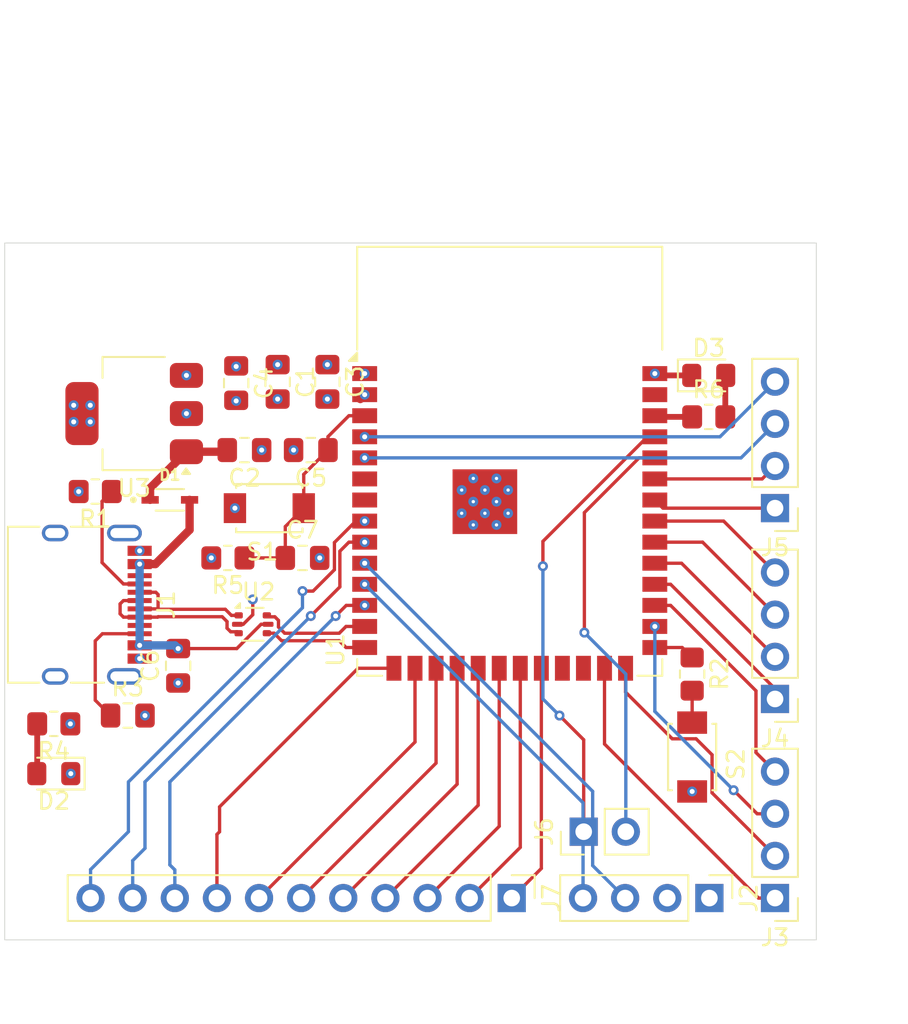
<source format=kicad_pcb>
(kicad_pcb (version 20241229) (generator "pcbnew") (generator_version "9.0")
  (layers (0 "F.Cu" signal) (4 "In1.Cu" signal) (6 "In2.Cu" signal) (2 "B.Cu" signal) (13 "F.Paste" user) (15 "B.Paste" user) (5 "F.SilkS" user "F.Silkscreen") (7 "B.SilkS" user "B.Silkscreen") (1 "F.Mask" user) (3 "B.Mask" user) (25 "Edge.Cuts" user))
  (net 0 "")
  (net 1 "+3.3V")
  (net 2 "GND")
  (net 3 "+5V")
  (net 4 "/EN")
  (net 5 "/D+")
  (net 6 "/D-")
  (net 7 "Net-(J1-CC1)")
  (net 10 "Net-(J1-CC2)")
  (net 11 "/SDA")
  (net 12 "/SCL")
  (net 13 "/IO4")
  (net 14 "/IO5")
  (net 15 "/IO37")
  (net 16 "/IO38")
  (net 17 "/IO36")
  (net 18 "/IO40")
  (net 19 "/IO42")
  (net 20 "/IO41")
  (net 21 "/IO39")
  (net 22 "/IO35")
  (net 23 "Net-(R2-Pad2)")
  (net 24 "/BOOT")
  (net 25 "/TXDO")
  (net 26 "/RXDO")
  (net 27 "/IO45")
  (net 28 "/VBUS")
  (net 29 "/D_P")
  (net 30 "/D_N")
  (net 31 "/IO1")
  (net 34 "/IO2")
  (net 35 "/IO48")
  (net 36 "/IO9")
  (net 37 "/IO15")
  (net 38 "/IO3")
  (net 39 "/IO12")
  (net 40 "/IO8")
  (net 41 "/IO6")
  (net 42 "/IO10")
  (net 43 "/IO16")
  (net 44 "/IO13")
  (net 45 "/IO14")
  (net 46 "/IO11")
  (net 47 "/IO7")
  (net 48 "/IO46")
  (net 49 "Net-(D2-A)")
  (net 50 "Net-(D3-A)")
  (footprint "Sym_foot_library:SW_TS-1088-AR02016" (layer "F.Cu") (at 119 81.5 180)
    (property "Reference" "S1" (at 0.425 -2.635 0) (layer "F.SilkS"))
    (property "Value" "TS-1088-AR02016" (hide yes))
    (pad "1" smd rect (at -2.075 0 180) (size 1.35 1.8) (layers "F.Cu" "F.Mask" "F.Paste") (net 4 "/EN"))
    (pad "2" smd rect (at 2.075 0 180) (size 1.35 1.8) (layers "F.Cu" "F.Mask" "F.Paste") (net 2 "GND"))
  )
  (footprint "LED_SMD:LED_0805_2012Metric_Pad1.15x1.40mm_HandSolder" (layer "F.Cu") (at 106 97.5 180)
    (property "Reference" "D2" (at 0 -1.65 0) (layer "F.SilkS"))
    (property "Value" "Red LED")
    (pad "1" smd roundrect (at -1.025 0 180) (size 1.15 1.4) (layers "F.Cu" "F.Mask" "F.Paste") (roundrect_rratio 0.217391) (net 2 "GND"))
    (pad "2" smd roundrect (at 1.025 0 180) (size 1.15 1.4) (layers "F.Cu" "F.Mask" "F.Paste") (roundrect_rratio 0.217391) (net 49 "Net-(D2-A)"))
  )
  (footprint "Connector_USB:USB_C_Receptacle_HRO_TYPE-C-31-M-12" (layer "F.Cu") (at 107.132857 87.32 -90)
    (property "Reference" "J1" (at 0 -5.645 270) (layer "F.SilkS"))
    (property "Value" "TYPE-C-31-M-12" (hide yes))
    (pad "" np_thru_hole circle (at -2.89 -2.6 270) (size 0.65 0.65) (drill 0.65) (layers "*.Cu" "*.Mask"))
    (pad "" np_thru_hole circle (at 2.89 -2.6 270) (size 0.65 0.65) (drill 0.65) (layers "*.Cu" "*.Mask"))
    (pad "A1" smd rect (at -3.25 -4.045 270) (size 0.6 1.45) (layers "F.Cu" "F.Mask" "F.Paste") (net 2 "GND"))
    (pad "A4" smd rect (at -2.45 -4.045 270) (size 0.6 1.45) (layers "F.Cu" "F.Mask" "F.Paste") (net 28 "/VBUS"))
    (pad "A5" smd rect (at -1.25 -4.045 270) (size 0.3 1.45) (layers "F.Cu" "F.Mask" "F.Paste") (net 7 "Net-(J1-CC1)"))
    (pad "A6" smd rect (at -0.25 -4.045 270) (size 0.3 1.45) (layers "F.Cu" "F.Mask" "F.Paste") (net 29 "/D_P"))
    (pad "A7" smd rect (at 0.25 -4.045 270) (size 0.3 1.45) (layers "F.Cu" "F.Mask" "F.Paste") (net 30 "/D_N"))
    (pad "A8" smd rect (at 1.25 -4.045 270) (size 0.3 1.45) (layers "F.Cu" "F.Mask" "F.Paste"))
    (pad "A9" smd rect (at 2.45 -4.045 270) (size 0.6 1.45) (layers "F.Cu" "F.Mask" "F.Paste") (net 28 "/VBUS"))
    (pad "A12" smd rect (at 3.25 -4.045 270) (size 0.6 1.45) (layers "F.Cu" "F.Mask" "F.Paste") (net 2 "GND"))
    (pad "B1" smd rect (at 3.25 -4.045 270) (size 0.6 1.45) (layers "F.Cu" "F.Mask" "F.Paste") (net 2 "GND"))
    (pad "B4" smd rect (at 2.45 -4.045 270) (size 0.6 1.45) (layers "F.Cu" "F.Mask" "F.Paste") (net 28 "/VBUS"))
    (pad "B5" smd rect (at 1.75 -4.045 270) (size 0.3 1.45) (layers "F.Cu" "F.Mask" "F.Paste") (net 10 "Net-(J1-CC2)"))
    (pad "B6" smd rect (at 0.75 -4.045 270) (size 0.3 1.45) (layers "F.Cu" "F.Mask" "F.Paste") (net 29 "/D_P"))
    (pad "B7" smd rect (at -0.75 -4.045 270) (size 0.3 1.45) (layers "F.Cu" "F.Mask" "F.Paste") (net 30 "/D_N"))
    (pad "B8" smd rect (at -1.75 -4.045 270) (size 0.3 1.45) (layers "F.Cu" "F.Mask" "F.Paste"))
    (pad "B9" smd rect (at -2.45 -4.045 270) (size 0.6 1.45) (layers "F.Cu" "F.Mask" "F.Paste") (net 28 "/VBUS"))
    (pad "B12" smd rect (at -3.25 -4.045 270) (size 0.6 1.45) (layers "F.Cu" "F.Mask" "F.Paste") (net 2 "GND"))
    (pad "S1" thru_hole oval (at -4.32 -3.13 270) (size 1 2.1) (drill oval 0.6 1.7) (property pad_prop_heatsink) (layers "*.Cu" "*.Mask") (net 2 "GND"))
    (pad "S1" thru_hole oval (at -4.32 1.05 270) (size 1 1.6) (drill oval 0.6 1.2) (property pad_prop_heatsink) (layers "*.Cu" "*.Mask") (net 2 "GND"))
    (pad "S1" thru_hole oval (at 4.32 -3.13 270) (size 1 2.1) (drill oval 0.6 1.7) (property pad_prop_heatsink) (layers "*.Cu" "*.Mask") (net 2 "GND"))
    (pad "S1" thru_hole oval (at 4.32 1.05 270) (size 1 1.6) (drill oval 0.6 1.2) (property pad_prop_heatsink) (layers "*.Cu" "*.Mask") (net 2 "GND"))
  )
  (footprint "Capacitor_SMD:C_0805_2012Metric_Pad1.18x1.45mm_HandSolder" (layer "F.Cu") (at 121 84.5)
    (property "Reference" "C7" (at 0 -1.68 0) (layer "F.SilkS"))
    (property "Value" "1u")
    (pad "1" smd roundrect (at -1.0375 0) (size 1.175 1.45) (layers "F.Cu" "F.Mask" "F.Paste") (roundrect_rratio 0.212766) (net 4 "/EN"))
    (pad "2" smd roundrect (at 1.0375 0) (size 1.175 1.45) (layers "F.Cu" "F.Mask" "F.Paste") (roundrect_rratio 0.212766) (net 2 "GND"))
  )
  (footprint "Connector_PinHeader_2.54mm:PinHeader_1x04_P2.54mm_Vertical" (layer "F.Cu") (at 149.5 81.5 180)
    (property "Reference" "J5" (at 0 -2.38 0) (layer "F.SilkS"))
    (property "Value" "Conn_01x04")
    (pad "1" thru_hole rect (at 0 0 180) (size 1.7 1.7) (drill 1) (layers "*.Cu" "*.Mask") (net 20 "/IO41"))
    (pad "2" thru_hole circle (at 0 2.54 180) (size 1.7 1.7) (drill 1) (layers "*.Cu" "*.Mask") (net 19 "/IO42"))
    (pad "3" thru_hole circle (at 0 5.08 180) (size 1.7 1.7) (drill 1) (layers "*.Cu" "*.Mask") (net 14 "/IO5"))
    (pad "4" thru_hole circle (at 0 7.62 180) (size 1.7 1.7) (drill 1) (layers "*.Cu" "*.Mask") (net 13 "/IO4"))
  )
  (footprint "RF_Module:ESP32-S3-WROOM-1" (layer "F.Cu") (at 133.5 78.65)
    (property "Reference" "U1" (at -10.5 11.4 90) (layer "F.SilkS"))
    (property "Value" "ESP32-S3-WROOM-1")
    (pad "1" smd rect (at -8.75 -5.26) (size 1.5 0.9) (layers "F.Cu" "F.Mask" "F.Paste") (net 2 "GND"))
    (pad "2" smd rect (at -8.75 -3.99) (size 1.5 0.9) (layers "F.Cu" "F.Mask" "F.Paste") (net 1 "+3.3V"))
    (pad "3" smd rect (at -8.75 -2.72) (size 1.5 0.9) (layers "F.Cu" "F.Mask" "F.Paste") (net 4 "/EN"))
    (pad "4" smd rect (at -8.75 -1.45) (size 1.5 0.9) (layers "F.Cu" "F.Mask" "F.Paste") (net 13 "/IO4"))
    (pad "5" smd rect (at -8.75 -0.18) (size 1.5 0.9) (layers "F.Cu" "F.Mask" "F.Paste") (net 14 "/IO5"))
    (pad "6" smd rect (at -8.75 1.09) (size 1.5 0.9) (layers "F.Cu" "F.Mask" "F.Paste") (net 41 "/IO6"))
    (pad "7" smd rect (at -8.75 2.36) (size 1.5 0.9) (layers "F.Cu" "F.Mask" "F.Paste") (net 47 "/IO7"))
    (pad "8" smd rect (at -8.75 3.63) (size 1.5 0.9) (layers "F.Cu" "F.Mask" "F.Paste") (net 37 "/IO15"))
    (pad "9" smd rect (at -8.75 4.9) (size 1.5 0.9) (layers "F.Cu" "F.Mask" "F.Paste") (net 43 "/IO16"))
    (pad "10" smd rect (at -8.75 6.17) (size 1.5 0.9) (layers "F.Cu" "F.Mask" "F.Paste") (net 12 "/SCL"))
    (pad "11" smd rect (at -8.75 7.44) (size 1.5 0.9) (layers "F.Cu" "F.Mask" "F.Paste") (net 11 "/SDA"))
    (pad "12" smd rect (at -8.75 8.71) (size 1.5 0.9) (layers "F.Cu" "F.Mask" "F.Paste") (net 40 "/IO8"))
    (pad "13" smd rect (at -8.75 9.98) (size 1.5 0.9) (layers "F.Cu" "F.Mask" "F.Paste") (net 6 "/D-"))
    (pad "14" smd rect (at -8.75 11.25 180) (size 1.5 0.9) (layers "F.Cu" "F.Mask" "F.Paste") (net 5 "/D+"))
    (pad "15" smd rect (at -6.985 12.5 270) (size 1.5 0.9) (layers "F.Cu" "F.Mask" "F.Paste") (net 38 "/IO3"))
    (pad "16" smd rect (at -5.715 12.5 270) (size 1.5 0.9) (layers "F.Cu" "F.Mask" "F.Paste") (net 48 "/IO46"))
    (pad "17" smd rect (at -4.445 12.5 270) (size 1.5 0.9) (layers "F.Cu" "F.Mask" "F.Paste") (net 36 "/IO9"))
    (pad "18" smd rect (at -3.175 12.5 270) (size 1.5 0.9) (layers "F.Cu" "F.Mask" "F.Paste") (net 42 "/IO10"))
    (pad "19" smd rect (at -1.905 12.5 270) (size 1.5 0.9) (layers "F.Cu" "F.Mask" "F.Paste") (net 46 "/IO11"))
    (pad "20" smd rect (at -0.635 12.5 270) (size 1.5 0.9) (layers "F.Cu" "F.Mask" "F.Paste") (net 39 "/IO12"))
    (pad "21" smd rect (at 0.635 12.5 270) (size 1.5 0.9) (layers "F.Cu" "F.Mask" "F.Paste") (net 44 "/IO13"))
    (pad "22" smd rect (at 1.905 12.5 270) (size 1.5 0.9) (layers "F.Cu" "F.Mask" "F.Paste") (net 45 "/IO14"))
    (pad "23" smd rect (at 3.175 12.5 270) (size 1.5 0.9) (layers "F.Cu" "F.Mask" "F.Paste"))
    (pad "24" smd rect (at 4.445 12.5 270) (size 1.5 0.9) (layers "F.Cu" "F.Mask" "F.Paste"))
    (pad "25" smd rect (at 5.715 12.5 270) (size 1.5 0.9) (layers "F.Cu" "F.Mask" "F.Paste") (net 35 "/IO48"))
    (pad "26" smd rect (at 6.985 12.5 270) (size 1.5 0.9) (layers "F.Cu" "F.Mask" "F.Paste") (net 27 "/IO45"))
    (pad "27" smd rect (at 8.75 11.25) (size 1.5 0.9) (layers "F.Cu" "F.Mask" "F.Paste") (net 24 "/BOOT"))
    (pad "28" smd rect (at 8.75 9.98) (size 1.5 0.9) (layers "F.Cu" "F.Mask" "F.Paste") (net 22 "/IO35"))
    (pad "29" smd rect (at 8.75 8.71) (size 1.5 0.9) (layers "F.Cu" "F.Mask" "F.Paste") (net 17 "/IO36"))
    (pad "30" smd rect (at 8.75 7.44) (size 1.5 0.9) (layers "F.Cu" "F.Mask" "F.Paste") (net 15 "/IO37"))
    (pad "31" smd rect (at 8.75 6.17) (size 1.5 0.9) (layers "F.Cu" "F.Mask" "F.Paste") (net 16 "/IO38"))
    (pad "32" smd rect (at 8.75 4.9) (size 1.5 0.9) (layers "F.Cu" "F.Mask" "F.Paste") (net 21 "/IO39"))
    (pad "33" smd rect (at 8.75 3.63) (size 1.5 0.9) (layers "F.Cu" "F.Mask" "F.Paste") (net 18 "/IO40"))
    (pad "34" smd rect (at 8.75 2.36) (size 1.5 0.9) (layers "F.Cu" "F.Mask" "F.Paste") (net 20 "/IO41"))
    (pad "35" smd rect (at 8.75 1.09) (size 1.5 0.9) (layers "F.Cu" "F.Mask" "F.Paste") (net 19 "/IO42"))
    (pad "36" smd rect (at 8.75 -0.18) (size 1.5 0.9) (layers "F.Cu" "F.Mask" "F.Paste") (net 26 "/RXDO"))
    (pad "37" smd rect (at 8.75 -1.45) (size 1.5 0.9) (layers "F.Cu" "F.Mask" "F.Paste") (net 25 "/TXDO"))
    (pad "38" smd rect (at 8.75 -2.72) (size 1.5 0.9) (layers "F.Cu" "F.Mask" "F.Paste") (net 34 "/IO2"))
    (pad "39" smd rect (at 8.75 -3.99) (size 1.5 0.9) (layers "F.Cu" "F.Mask" "F.Paste") (net 31 "/IO1"))
    (pad "40" smd rect (at 8.75 -5.26) (size 1.5 0.9) (layers "F.Cu" "F.Mask" "F.Paste") (net 2 "GND"))
    (pad "41" thru_hole circle (at -2.9 1.76 90) (size 0.6 0.6) (drill 0.2) (property pad_prop_heatsink) (layers "*.Cu" "F.Mask") (net 2 "GND"))
    (pad "41" thru_hole circle (at -2.9 3.16) (size 0.6 0.6) (drill 0.2) (property pad_prop_heatsink) (layers "*.Cu" "F.Mask") (net 2 "GND"))
    (pad "41" thru_hole circle (at -2.2 1.06) (size 0.6 0.6) (drill 0.2) (property pad_prop_heatsink) (layers "*.Cu" "F.Mask") (net 2 "GND"))
    (pad "41" thru_hole circle (at -2.2 2.46) (size 0.6 0.6) (drill 0.2) (property pad_prop_heatsink) (layers "*.Cu" "F.Mask") (net 2 "GND"))
    (pad "41" thru_hole circle (at -2.2 3.86) (size 0.6 0.6) (drill 0.2) (property pad_prop_heatsink) (layers "*.Cu" "F.Mask") (net 2 "GND"))
    (pad "41" thru_hole circle (at -1.5 1.76) (size 0.6 0.6) (drill 0.2) (property pad_prop_heatsink) (layers "*.Cu" "F.Mask") (net 2 "GND"))
    (pad "41" smd rect (at -1.5 2.46 270) (size 3.9 3.9) (property pad_prop_heatsink) (layers "F.Cu" "F.Mask") (net 2 "GND"))
    (pad "41" thru_hole circle (at -1.5 3.16) (size 0.6 0.6) (drill 0.2) (property pad_prop_heatsink) (layers "*.Cu" "F.Mask") (net 2 "GND"))
    (pad "41" thru_hole circle (at -0.8 1.06) (size 0.6 0.6) (drill 0.2) (property pad_prop_heatsink) (layers "*.Cu" "F.Mask") (net 2 "GND"))
    (pad "41" thru_hole circle (at -0.8 2.46) (size 0.6 0.6) (drill 0.2) (property pad_prop_heatsink) (layers "*.Cu" "F.Mask") (net 2 "GND"))
    (pad "41" thru_hole circle (at -0.8 3.86) (size 0.6 0.6) (drill 0.2) (property pad_prop_heatsink) (layers "*.Cu" "F.Mask") (net 2 "GND"))
    (pad "41" thru_hole circle (at -0.1 1.76) (size 0.6 0.6) (drill 0.2) (property pad_prop_heatsink) (layers "*.Cu" "F.Mask") (net 2 "GND"))
    (pad "41" thru_hole circle (at -0.1 3.16) (size 0.6 0.6) (drill 0.2) (property pad_prop_heatsink) (layers "*.Cu" "F.Mask") (net 2 "GND"))
  )
  (footprint "Connector_PinHeader_2.54mm:PinHeader_1x04_P2.54mm_Vertical" (layer "F.Cu") (at 149.5 93 180)
    (property "Reference" "J4" (at 0 -2.38 0) (layer "F.SilkS"))
    (property "Value" "Conn_01x04")
    (pad "1" thru_hole rect (at 0 0 180) (size 1.7 1.7) (drill 1) (layers "*.Cu" "*.Mask") (net 15 "/IO37"))
    (pad "2" thru_hole circle (at 0 2.54 180) (size 1.7 1.7) (drill 1) (layers "*.Cu" "*.Mask") (net 16 "/IO38"))
    (pad "3" thru_hole circle (at 0 5.08 180) (size 1.7 1.7) (drill 1) (layers "*.Cu" "*.Mask") (net 21 "/IO39"))
    (pad "4" thru_hole circle (at 0 7.62 180) (size 1.7 1.7) (drill 1) (layers "*.Cu" "*.Mask") (net 18 "/IO40"))
  )
  (footprint "Sym_foot_library:SW_TS-1088-AR02016" (layer "F.Cu") (at 144.5 96.5 -90)
    (property "Reference" "S2" (at 0.425 -2.635 90) (layer "F.SilkS"))
    (property "Value" "TS-1088-AR02016")
    (pad "1" smd rect (at -2.075 0 270) (size 1.35 1.8) (layers "F.Cu" "F.Mask" "F.Paste") (net 23 "Net-(R2-Pad2)"))
    (pad "2" smd rect (at 2.075 0 270) (size 1.35 1.8) (layers "F.Cu" "F.Mask" "F.Paste") (net 2 "GND"))
  )
  (footprint "Sym_foot_library:SOD2513X120N" (layer "F.Cu") (at 113 81)
    (property "Reference" "D1" (at 0 -1.5 0) (layer "F.SilkS") (effects (font (size 0.64 0.64))))
    (property "Value" "BAT760-7")
    (pad "A" smd rect (at 1.19 0) (size 1.04 0.46) (layers "F.Cu" "F.Mask" "F.Paste") (net 28 "/VBUS"))
    (pad "C" smd rect (at -1.19 0) (size 1.04 0.46) (layers "F.Cu" "F.Mask" "F.Paste") (net 3 "+5V"))
  )
  (footprint "Resistor_SMD:R_0805_2012Metric_Pad1.20x1.40mm_HandSolder" (layer "F.Cu") (at 106 94.5 180)
    (property "Reference" "R4" (at 0 -1.65 0) (layer "F.SilkS"))
    (property "Value" "1k")
    (pad "1" smd roundrect (at -1 0 180) (size 1.2 1.4) (layers "F.Cu" "F.Mask" "F.Paste") (roundrect_rratio 0.208333) (net 1 "+3.3V"))
    (pad "2" smd roundrect (at 1 0 180) (size 1.2 1.4) (layers "F.Cu" "F.Mask" "F.Paste") (roundrect_rratio 0.208333) (net 49 "Net-(D2-A)"))
  )
  (footprint "Connector_PinHeader_2.54mm:PinHeader_1x04_P2.54mm_Vertical" (layer "F.Cu") (at 149.5 105 180)
    (property "Reference" "J3" (at 0 -2.38 0) (layer "F.SilkS"))
    (property "Value" "Conn_01x04")
    (pad "1" thru_hole rect (at 0 0 180) (size 1.7 1.7) (drill 1) (layers "*.Cu" "*.Mask") (net 35 "/IO48"))
    (pad "2" thru_hole circle (at 0 2.54 180) (size 1.7 1.7) (drill 1) (layers "*.Cu" "*.Mask") (net 27 "/IO45"))
    (pad "3" thru_hole circle (at 0 5.08 180) (size 1.7 1.7) (drill 1) (layers "*.Cu" "*.Mask") (net 22 "/IO35"))
    (pad "4" thru_hole circle (at 0 7.62 180) (size 1.7 1.7) (drill 1) (layers "*.Cu" "*.Mask") (net 17 "/IO36"))
  )
  (footprint "LED_SMD:LED_0805_2012Metric_Pad1.15x1.40mm_HandSolder" (layer "F.Cu") (at 145.5 73.5)
    (property "Reference" "D3" (at 0 -1.65 0) (layer "F.SilkS"))
    (property "Value" "Green LED")
    (pad "1" smd roundrect (at -1.025 0) (size 1.15 1.4) (layers "F.Cu" "F.Mask" "F.Paste") (roundrect_rratio 0.217391) (net 2 "GND"))
    (pad "2" smd roundrect (at 1.025 0) (size 1.15 1.4) (layers "F.Cu" "F.Mask" "F.Paste") (roundrect_rratio 0.217391) (net 50 "Net-(D3-A)"))
  )
  (footprint "Capacitor_SMD:C_0805_2012Metric_Pad1.18x1.45mm_HandSolder" (layer "F.Cu") (at 122.5 73.888 -90)
    (property "Reference" "C3" (at 0 -1.68 270) (layer "F.SilkS"))
    (property "Value" "22u")
    (pad "1" smd roundrect (at -1.0375 0 270) (size 1.175 1.45) (layers "F.Cu" "F.Mask" "F.Paste") (roundrect_rratio 0.212766) (net 2 "GND"))
    (pad "2" smd roundrect (at 1.0375 0 270) (size 1.175 1.45) (layers "F.Cu" "F.Mask" "F.Paste") (roundrect_rratio 0.212766) (net 1 "+3.3V"))
  )
  (footprint "Capacitor_SMD:C_0805_2012Metric_Pad1.18x1.45mm_HandSolder" (layer "F.Cu") (at 117.5 78 180)
    (property "Reference" "C2" (at 0 -1.68 0) (layer "F.SilkS"))
    (property "Value" "10u")
    (pad "1" smd roundrect (at -1.0375 0 180) (size 1.175 1.45) (layers "F.Cu" "F.Mask" "F.Paste") (roundrect_rratio 0.212766) (net 2 "GND"))
    (pad "2" smd roundrect (at 1.0375 0 180) (size 1.175 1.45) (layers "F.Cu" "F.Mask" "F.Paste") (roundrect_rratio 0.212766) (net 3 "+5V"))
  )
  (footprint "Resistor_SMD:R_0805_2012Metric_Pad1.20x1.40mm_HandSolder" (layer "F.Cu") (at 116.5 84.5 180)
    (property "Reference" "R5" (at 0 -1.65 0) (layer "F.SilkS"))
    (property "Value" "10k")
    (pad "1" smd roundrect (at -1 0 180) (size 1.2 1.4) (layers "F.Cu" "F.Mask" "F.Paste") (roundrect_rratio 0.208333) (net 4 "/EN"))
    (pad "2" smd roundrect (at 1 0 180) (size 1.2 1.4) (layers "F.Cu" "F.Mask" "F.Paste") (roundrect_rratio 0.208333) (net 1 "+3.3V"))
  )
  (footprint "Connector_PinHeader_2.54mm:PinHeader_1x11_P2.54mm_Vertical" (layer "F.Cu") (at 133.62 105 -90)
    (property "Reference" "J7" (at 0 -2.38 90) (layer "F.SilkS"))
    (property "Value" "Conn_01x11")
    (pad "1" thru_hole rect (at 0 0 270) (size 1.7 1.7) (drill 1) (layers "*.Cu" "*.Mask") (net 45 "/IO14"))
    (pad "2" thru_hole circle (at 0 2.54 270) (size 1.7 1.7) (drill 1) (layers "*.Cu" "*.Mask") (net 44 "/IO13"))
    (pad "3" thru_hole circle (at 0 5.08 270) (size 1.7 1.7) (drill 1) (layers "*.Cu" "*.Mask") (net 39 "/IO12"))
    (pad "4" thru_hole circle (at 0 7.62 270) (size 1.7 1.7) (drill 1) (layers "*.Cu" "*.Mask") (net 46 "/IO11"))
    (pad "5" thru_hole circle (at 0 10.16 270) (size 1.7 1.7) (drill 1) (layers "*.Cu" "*.Mask") (net 42 "/IO10"))
    (pad "6" thru_hole circle (at 0 12.7 270) (size 1.7 1.7) (drill 1) (layers "*.Cu" "*.Mask") (net 36 "/IO9"))
    (pad "7" thru_hole circle (at 0 15.24 270) (size 1.7 1.7) (drill 1) (layers "*.Cu" "*.Mask") (net 48 "/IO46"))
    (pad "8" thru_hole circle (at 0 17.78 270) (size 1.7 1.7) (drill 1) (layers "*.Cu" "*.Mask") (net 38 "/IO3"))
    (pad "9" thru_hole circle (at 0 20.32 270) (size 1.7 1.7) (drill 1) (layers "*.Cu" "*.Mask") (net 40 "/IO8"))
    (pad "10" thru_hole circle (at 0 22.86 270) (size 1.7 1.7) (drill 1) (layers "*.Cu" "*.Mask") (net 43 "/IO16"))
    (pad "11" thru_hole circle (at 0 25.4 270) (size 1.7 1.7) (drill 1) (layers "*.Cu" "*.Mask") (net 37 "/IO15"))
  )
  (footprint "Capacitor_SMD:C_0805_2012Metric_Pad1.18x1.45mm_HandSolder" (layer "F.Cu") (at 121.5 78 180)
    (property "Reference" "C5" (at 0 -1.68 0) (layer "F.SilkS"))
    (property "Value" "100n")
    (pad "1" smd roundrect (at -1.0375 0 180) (size 1.175 1.45) (layers "F.Cu" "F.Mask" "F.Paste") (roundrect_rratio 0.212766) (net 4 "/EN"))
    (pad "2" smd roundrect (at 1.0375 0 180) (size 1.175 1.45) (layers "F.Cu" "F.Mask" "F.Paste") (roundrect_rratio 0.212766) (net 2 "GND"))
  )
  (footprint "Capacitor_SMD:C_0805_2012Metric_Pad1.18x1.45mm_HandSolder" (layer "F.Cu") (at 119.5 73.888 -90)
    (property "Reference" "C1" (at 0 -1.68 270) (layer "F.SilkS"))
    (property "Value" "22u")
    (pad "1" smd roundrect (at -1.0375 0 270) (size 1.175 1.45) (layers "F.Cu" "F.Mask" "F.Paste") (roundrect_rratio 0.212766) (net 2 "GND"))
    (pad "2" smd roundrect (at 1.0375 0 270) (size 1.175 1.45) (layers "F.Cu" "F.Mask" "F.Paste") (roundrect_rratio 0.212766) (net 1 "+3.3V"))
  )
  (footprint "Capacitor_SMD:C_0805_2012Metric_Pad1.18x1.45mm_HandSolder" (layer "F.Cu") (at 117 73.9625 -90)
    (property "Reference" "C4" (at 0 -1.68 90) (layer "F.SilkS"))
    (property "Value" "10u")
    (pad "1" smd roundrect (at -1.0375 0 270) (size 1.175 1.45) (layers "F.Cu" "F.Mask" "F.Paste") (roundrect_rratio 0.212766) (net 2 "GND"))
    (pad "2" smd roundrect (at 1.0375 0 270) (size 1.175 1.45) (layers "F.Cu" "F.Mask" "F.Paste") (roundrect_rratio 0.212766) (net 1 "+3.3V"))
  )
  (footprint "Capacitor_SMD:C_0805_2012Metric_Pad1.18x1.45mm_HandSolder" (layer "F.Cu") (at 113.5 91 90)
    (property "Reference" "C6" (at 0 -1.68 90) (layer "F.SilkS"))
    (property "Value" "0.1u")
    (pad "1" smd roundrect (at -1.0375 0 90) (size 1.175 1.45) (layers "F.Cu" "F.Mask" "F.Paste") (roundrect_rratio 0.212766) (net 2 "GND"))
    (pad "2" smd roundrect (at 1.0375 0 90) (size 1.175 1.45) (layers "F.Cu" "F.Mask" "F.Paste") (roundrect_rratio 0.212766) (net 28 "/VBUS"))
  )
  (footprint "Capacitor_SMD:C_0805_2012Metric_Pad1.18x1.45mm_HandSolder" (layer "F.Cu") (at 110.4625 94)
    (property "Reference" "R3" (at 0 -1.68 0) (layer "F.SilkS"))
    (property "Value" "5.1k")
    (pad "1" smd roundrect (at -1.0375 0) (size 1.175 1.45) (layers "F.Cu" "F.Mask" "F.Paste") (roundrect_rratio 0.212766) (net 10 "Net-(J1-CC2)"))
    (pad "2" smd roundrect (at 1.0375 0) (size 1.175 1.45) (layers "F.Cu" "F.Mask" "F.Paste") (roundrect_rratio 0.212766) (net 2 "GND"))
  )
  (footprint "Resistor_SMD:R_0805_2012Metric_Pad1.20x1.40mm_HandSolder" (layer "F.Cu") (at 145.5 76)
    (property "Reference" "R6" (at 0 -1.65 0) (layer "F.SilkS"))
    (property "Value" "330")
    (pad "1" smd roundrect (at -1 0) (size 1.2 1.4) (layers "F.Cu" "F.Mask" "F.Paste") (roundrect_rratio 0.208333) (net 34 "/IO2"))
    (pad "2" smd roundrect (at 1 0) (size 1.2 1.4) (layers "F.Cu" "F.Mask" "F.Paste") (roundrect_rratio 0.208333) (net 50 "Net-(D3-A)"))
  )
  (footprint "Resistor_SMD:R_0805_2012Metric_Pad1.20x1.40mm_HandSolder" (layer "F.Cu") (at 144.5 91.5 -90)
    (property "Reference" "R2" (at 0 -1.65 90) (layer "F.SilkS"))
    (property "Value" "100" (hide yes))
    (pad "1" smd roundrect (at -1 0 270) (size 1.2 1.4) (layers "F.Cu" "F.Mask" "F.Paste") (roundrect_rratio 0.208333) (net 24 "/BOOT"))
    (pad "2" smd roundrect (at 1 0 270) (size 1.2 1.4) (layers "F.Cu" "F.Mask" "F.Paste") (roundrect_rratio 0.208333) (net 23 "Net-(R2-Pad2)"))
  )
  (footprint "Connector_PinHeader_2.54mm:PinHeader_1x04_P2.54mm_Vertical" (layer "F.Cu") (at 145.54 105 -90)
    (property "Reference" "J2" (at 0 -2.38 90) (layer "F.SilkS"))
    (property "Value" "Conn_01x04")
    (pad "1" thru_hole rect (at 0 0 270) (size 1.7 1.7) (drill 1) (layers "*.Cu" "*.Mask") (net 1 "+3.3V"))
    (pad "2" thru_hole circle (at 0 2.54 270) (size 1.7 1.7) (drill 1) (layers "*.Cu" "*.Mask") (net 2 "GND"))
    (pad "3" thru_hole circle (at 0 5.08 270) (size 1.7 1.7) (drill 1) (layers "*.Cu" "*.Mask") (net 12 "/SCL"))
    (pad "4" thru_hole circle (at 0 7.62 270) (size 1.7 1.7) (drill 1) (layers "*.Cu" "*.Mask") (net 11 "/SDA"))
  )
  (footprint "Package_TO_SOT_SMD:SOT-223-3_TabPin2" (layer "F.Cu") (at 110.85 75.8 180)
    (property "Reference" "U3" (at 0 -4.5 0) (layer "F.SilkS"))
    (property "Value" "MCP1826S")
    (pad "1" smd roundrect (at -3.15 -2.3 180) (size 2 1.5) (layers "F.Cu" "F.Mask" "F.Paste") (net 3 "+5V"))
    (pad "2" smd roundrect (at -3.15 0 180) (size 2 1.5) (layers "F.Cu" "F.Mask" "F.Paste") (net 2 "GND"))
    (pad "2" smd roundrect (at 3.15 0 180) (size 2 3.8) (layers "F.Cu" "F.Mask" "F.Paste") (net 2 "GND"))
    (pad "3" smd roundrect (at -3.15 2.3 180) (size 2 1.5) (layers "F.Cu" "F.Mask" "F.Paste") (net 1 "+3.3V"))
  )
  (footprint "Resistor_SMD:R_0805_2012Metric_Pad1.20x1.40mm_HandSolder" (layer "F.Cu") (at 108.5 80.5 180)
    (property "Reference" "R1" (at 0 -1.65 0) (layer "F.SilkS"))
    (property "Value" "5.1k")
    (pad "1" smd roundrect (at -1 0 180) (size 1.2 1.4) (layers "F.Cu" "F.Mask" "F.Paste") (roundrect_rratio 0.208333) (net 7 "Net-(J1-CC1)"))
    (pad "2" smd roundrect (at 1 0 180) (size 1.2 1.4) (layers "F.Cu" "F.Mask" "F.Paste") (roundrect_rratio 0.208333) (net 2 "GND"))
  )
  (footprint "Connector_PinHeader_2.54mm:PinHeader_1x02_P2.54mm_Vertical" (layer "F.Cu") (at 137.96 101 90)
    (property "Reference" "J6" (at 0 -2.38 90) (layer "F.SilkS"))
    (property "Value" "Conn_01x02")
    (pad "1" thru_hole rect (at 0 0 90) (size 1.7 1.7) (drill 1) (layers "*.Cu" "*.Mask") (net 25 "/TXDO"))
    (pad "2" thru_hole circle (at 0 2.54 90) (size 1.7 1.7) (drill 1) (layers "*.Cu" "*.Mask") (net 26 "/RXDO"))
  )
  (footprint "Package_TO_SOT_SMD:SOT-666" (layer "F.Cu") (at 118 88.5)
    (property "Reference" "U2" (at 0.35 -1.9625 0) (layer "F.SilkS"))
    (property "Value" "USBLC6-2P6")
    (pad "1" smd roundrect (at -0.85 -0.5375) (size 0.5 0.375) (layers "F.Cu" "F.Mask" "F.Paste") (net 30 "/D_N"))
    (pad "2" smd roundrect (at -0.925 0) (size 0.65 0.3) (layers "F.Cu" "F.Mask" "F.Paste") (net 2 "GND"))
    (pad "3" smd roundrect (at -0.85 0.5375) (size 0.5 0.375) (layers "F.Cu" "F.Mask" "F.Paste") (net 29 "/D_P"))
    (pad "4" smd roundrect (at 0.85 0.5375) (size 0.5 0.375) (layers "F.Cu" "F.Mask" "F.Paste") (net 5 "/D+"))
    (pad "5" smd roundrect (at 0.925 0) (size 0.65 0.3) (layers "F.Cu" "F.Mask" "F.Paste") (net 28 "/VBUS"))
    (pad "6" smd roundrect (at 0.85 -0.5375) (size 0.5 0.375) (layers "F.Cu" "F.Mask" "F.Paste") (net 6 "/D-"))
  )
  (gr_rect (start 103.04 65.52) (end 151.99 107.52) (stroke (width 0.05)) (fill no) (layer "Edge.Cuts"))
  (segment (start 119.4255 75) (end 119.5 74.9255) (width 0.5) (layer "F.Cu") (net 1))
  (segment (start 124.4845 74.9255) (end 124.75 74.66) (width 0.5) (layer "F.Cu") (net 1))
  (via (at 124.75 74.66) (size 0.6) (drill 0.3) (layers "F.Cu" "B.Cu") (net 1))
  (via (at 107 94.5) (size 0.6) (drill 0.3) (layers "F.Cu" "B.Cu") (net 1))
  (via (at 119.5 74.9255) (size 0.6) (drill 0.3) (layers "F.Cu" "B.Cu") (net 1))
  (via (at 115.5 84.5) (size 0.6) (drill 0.3) (layers "F.Cu" "B.Cu") (net 1))
  (via (at 114 73.5) (size 0.6) (drill 0.3) (layers "F.Cu" "B.Cu") (net 1))
  (via (at 122.5 74.9255) (size 0.6) (drill 0.3) (layers "F.Cu" "B.Cu") (net 1))
  (via (at 117 75.0375) (size 0.6) (drill 0.3) (layers "F.Cu" "B.Cu") (net 1))
  (segment (start 117.423358 88.5) (end 118 87.923358) (width 0.2) (layer "F.Cu") (net 2))
  (segment (start 117.075 88.5) (end 117.423358 88.5) (width 0.2) (layer "F.Cu") (net 2))
  (segment (start 118 87.923358) (end 118 87) (width 0.2) (layer "F.Cu") (net 2))
  (segment (start 142.36 73.5) (end 142.25 73.39) (width 0.35) (layer "F.Cu") (net 2))
  (segment (start 144.475 73.5) (end 142.36 73.5) (width 0.35) (layer "F.Cu") (net 2))
  (via (at 113.5 92.0375) (size 0.6) (drill 0.3) (layers "F.Cu" "B.Cu") (net 2))
  (via (at 120.4625 78) (size 0.6) (drill 0.3) (layers "F.Cu" "B.Cu") (net 2))
  (via (at 107.2 76.3) (size 0.6) (drill 0.3) (layers "F.Cu" "B.Cu") (net 2))
  (via (at 118.5375 78) (size 0.6) (drill 0.3) (layers "F.Cu" "B.Cu") (net 2))
  (via (at 111.177857 90.57) (size 0.6) (drill 0.3) (layers "F.Cu" "B.Cu") (net 2))
  (via (at 107.025 97.5) (size 0.6) (drill 0.3) (layers "F.Cu" "B.Cu") (net 2))
  (via (at 119.5 72.8505) (size 0.6) (drill 0.3) (layers "F.Cu" "B.Cu") (net 2))
  (via (at 111.5 94) (size 0.6) (drill 0.3) (layers "F.Cu" "B.Cu") (net 2))
  (via (at 114 75.8) (size 0.6) (drill 0.3) (layers "F.Cu" "B.Cu") (net 2))
  (via (at 116.925 81.5) (size 0.6) (drill 0.3) (layers "F.Cu" "B.Cu") (net 2))
  (via (at 122.5 72.8505) (size 0.6) (drill 0.3) (layers "F.Cu" "B.Cu") (net 2))
  (via (at 108.2 75.3) (size 0.6) (drill 0.3) (layers "F.Cu" "B.Cu") (net 2))
  (via (at 142.25 73.39) (size 0.6) (drill 0.3) (layers "F.Cu" "B.Cu") (net 2))
  (via (at 117 72.9625) (size 0.6) (drill 0.3) (layers "F.Cu" "B.Cu") (net 2))
  (via (at 107.5 80.5) (size 0.6) (drill 0.3) (layers "F.Cu" "B.Cu") (net 2))
  (via (at 122.0375 84.5) (size 0.6) (drill 0.3) (layers "F.Cu" "B.Cu") (net 2))
  (via (at 111.177857 84.07) (size 0.6) (drill 0.3) (layers "F.Cu" "B.Cu") (net 2))
  (via (at 107.2 75.3) (size 0.6) (drill 0.3) (layers "F.Cu" "B.Cu") (net 2))
  (via (at 108.2 76.3) (size 0.6) (drill 0.3) (layers "F.Cu" "B.Cu") (net 2))
  (via (at 118 87) (size 0.6) (drill 0.3) (layers "F.Cu" "B.Cu") (net 2))
  (via (at 144.5 98.575) (size 0.6) (drill 0.3) (layers "F.Cu" "B.Cu") (net 2))
  (via (at 124.75 73.39) (size 0.6) (drill 0.3) (layers "F.Cu" "B.Cu") (net 2))
  (segment (start 111.81 80.29) (end 114 78.1) (width 0.5) (layer "F.Cu") (net 3))
  (segment (start 111.81 81) (end 111.81 80.29) (width 0.5) (layer "F.Cu") (net 3))
  (segment (start 116.3625 78.1) (end 116.4625 78) (width 0.5) (layer "F.Cu") (net 3))
  (segment (start 114 78.1) (end 116.3625 78.1) (width 0.5) (layer "F.Cu") (net 3))
  (segment (start 117.5 84.5) (end 119.9625 84.5) (width 0.2) (layer "F.Cu") (net 4))
  (segment (start 119.9625 84.5) (end 119.9625 82.6125) (width 0.2) (layer "F.Cu") (net 4))
  (segment (start 123.8 75.93) (end 124.75 75.93) (width 0.2) (layer "F.Cu") (net 4))
  (segment (start 122.5375 77.1925) (end 123.8 75.93) (width 0.2) (layer "F.Cu") (net 4))
  (segment (start 121.075 79.4625) (end 122.5375 78) (width 0.2) (layer "F.Cu") (net 4))
  (segment (start 119.9625 82.6125) (end 121.075 81.5) (width 0.2) (layer "F.Cu") (net 4))
  (segment (start 122.5375 78) (end 122.5375 77.1925) (width 0.2) (layer "F.Cu") (net 4))
  (segment (start 121.075 81.5) (end 121.075 79.4625) (width 0.2) (layer "F.Cu") (net 4))
  (segment (start 119.288603 89.0375) (end 118.85 89.0375) (width 0.2) (layer "F.Cu") (net 5))
  (segment (start 123.214999 89.49) (end 119.741103 89.49) (width 0.2) (layer "F.Cu") (net 5))
  (segment (start 124.509099 89.659099) (end 124.75 89.9) (width 0.2) (layer "F.Cu") (net 5))
  (segment (start 124.75 89.9) (end 123.624999 89.9) (width 0.2) (layer "F.Cu") (net 5))
  (segment (start 123.624999 89.9) (end 123.214999 89.49) (width 0.2) (layer "F.Cu") (net 5))
  (segment (start 119.741103 89.49) (end 119.288603 89.0375) (width 0.2) (layer "F.Cu") (net 5))
  (segment (start 118.9365 88.049) (end 118.85 87.9625) (width 0.2) (layer "F.Cu") (net 6))
  (segment (start 119.551 88.6635) (end 119.551 88.267176) (width 0.2) (layer "F.Cu") (net 6))
  (segment (start 119.332824 88.049) (end 118.9365 88.049) (width 0.2) (layer "F.Cu") (net 6))
  (segment (start 124.75 88.63) (end 123.624999 88.63) (width 0.2) (layer "F.Cu") (net 6))
  (segment (start 119.9275 89.04) (end 119.551 88.6635) (width 0.2) (layer "F.Cu") (net 6))
  (segment (start 119.551 88.267176) (end 119.332824 88.049) (width 0.2) (layer "F.Cu") (net 6))
  (segment (start 123.624999 88.63) (end 123.214999 89.04) (width 0.2) (layer "F.Cu") (net 6))
  (segment (start 123.214999 89.04) (end 119.9275 89.04) (width 0.2) (layer "F.Cu") (net 6))
  (segment (start 110.200857 86.07) (end 108.911857 84.781) (width 0.2) (layer "F.Cu") (net 7))
  (segment (start 108.911857 81.088143) (end 109.5 80.5) (width 0.2) (layer "F.Cu") (net 7))
  (segment (start 108.911857 84.781) (end 108.911857 81.088143) (width 0.2) (layer "F.Cu") (net 7))
  (segment (start 111.177857 86.07) (end 110.200857 86.07) (width 0.2) (layer "F.Cu") (net 7))
  (segment (start 108.5 89.5) (end 108.93 89.07) (width 0.2) (layer "F.Cu") (net 10))
  (segment (start 108.5 93.075) (end 109.425 94) (width 0.2) (layer "F.Cu") (net 10))
  (segment (start 108.93 89.07) (end 111.177857 89.07) (width 0.2) (layer "F.Cu") (net 10))
  (segment (start 108.5 89.5) (end 108.5 93.075) (width 0.2) (layer "F.Cu") (net 10))
  (via (at 124.75 86.09) (size 0.6) (drill 0.3) (layers "F.Cu" "B.Cu") (net 11))
  (segment (start 124.75 86.09) (end 137.92 99.26) (width 0.2) (layer "B.Cu") (net 11))
  (segment (start 137.92 99.26) (end 137.92 105) (width 0.2) (layer "B.Cu") (net 11))
  (via (at 124.75 84.82) (size 0.6) (drill 0.3) (layers "F.Cu" "B.Cu") (net 12))
  (via (at 124.75 84.82) (size 0.6) (drill 0.3) (layers "F.Cu" "B.Cu") (net 12))
  (segment (start 138.5 98.57) (end 138.5 103.04) (width 0.2) (layer "B.Cu") (net 12))
  (segment (start 124.75 84.82) (end 138.5 98.57) (width 0.2) (layer "B.Cu") (net 12))
  (segment (start 138.5 103.04) (end 140.46 105) (width 0.2) (layer "B.Cu") (net 12))
  (via (at 124.75 77.2) (size 0.6) (drill 0.3) (layers "F.Cu" "B.Cu") (net 13))
  (segment (start 146.18 77.2) (end 124.75 77.2) (width 0.2) (layer "B.Cu") (net 13))
  (segment (start 149.5 73.88) (end 146.18 77.2) (width 0.2) (layer "B.Cu") (net 13))
  (via (at 124.75 78.47) (size 0.6) (drill 0.3) (layers "F.Cu" "B.Cu") (net 14))
  (segment (start 147.45 78.47) (end 124.75 78.47) (width 0.2) (layer "B.Cu") (net 14))
  (segment (start 149.5 76.42) (end 147.45 78.47) (width 0.2) (layer "B.Cu") (net 14))
  (segment (start 143.2 86.09) (end 142.25 86.09) (width 0.2) (layer "F.Cu") (net 15))
  (segment (start 149.5 93) (end 149.5 92.39) (width 0.2) (layer "F.Cu") (net 15))
  (segment (start 149.5 92.39) (end 143.2 86.09) (width 0.2) (layer "F.Cu") (net 15))
  (segment (start 143.86 84.82) (end 142.25 84.82) (width 0.2) (layer "F.Cu") (net 16))
  (segment (start 149.5 90.46) (end 143.86 84.82) (width 0.2) (layer "F.Cu") (net 16))
  (segment (start 148.349 92.509) (end 143.2 87.36) (width 0.2) (layer "F.Cu") (net 17))
  (segment (start 148.349 96.229) (end 148.349 92.509) (width 0.2) (layer "F.Cu") (net 17))
  (segment (start 149.5 97.38) (end 148.349 96.229) (width 0.2) (layer "F.Cu") (net 17))
  (segment (start 143.2 87.36) (end 142.25 87.36) (width 0.2) (layer "F.Cu") (net 17))
  (segment (start 142.47 82.5) (end 142.25 82.28) (width 0.2) (layer "F.Cu") (net 18))
  (segment (start 149.5 85.38) (end 146.4 82.28) (width 0.2) (layer "F.Cu") (net 18))
  (segment (start 146.4 82.28) (end 142.25 82.28) (width 0.2) (layer "F.Cu") (net 18))
  (segment (start 148.72 79.74) (end 142.25 79.74) (width 0.2) (layer "F.Cu") (net 19))
  (segment (start 149.5 78.96) (end 148.72 79.74) (width 0.2) (layer "F.Cu") (net 19))
  (segment (start 142.51 80) (end 142.25 79.74) (width 0.25) (layer "F.Cu") (net 19))
  (segment (start 142.74 81.5) (end 142.25 81.01) (width 0.2) (layer "F.Cu") (net 20))
  (segment (start 149.5 81.5) (end 142.74 81.5) (width 0.2) (layer "F.Cu") (net 20))
  (segment (start 149.5 87.92) (end 145.13 83.55) (width 0.2) (layer "F.Cu") (net 21))
  (segment (start 145.13 83.55) (end 142.25 83.55) (width 0.2) (layer "F.Cu") (net 21))
  (segment (start 149.5 99.92) (end 148.42 99.92) (width 0.2) (layer "F.Cu") (net 22))
  (segment (start 148.42 99.92) (end 147 98.5) (width 0.2) (layer "F.Cu") (net 22))
  (via (at 147 98.5) (size 0.6) (drill 0.3) (layers "F.Cu" "B.Cu") (net 22))
  (via (at 142.25 88.63) (size 0.6) (drill 0.3) (layers "F.Cu" "B.Cu") (net 22))
  (segment (start 147 98.5) (end 142.25 93.75) (width 0.2) (layer "B.Cu") (net 22))
  (segment (start 142.25 93.75) (end 142.25 88.63) (width 0.2) (layer "B.Cu") (net 22))
  (segment (start 144.5 92.5) (end 144.5 94.425) (width 0.2) (layer "F.Cu") (net 23))
  (segment (start 142.25 89.9) (end 143.9 89.9) (width 0.2) (layer "F.Cu") (net 24))
  (segment (start 143.9 89.9) (end 144.5 90.5) (width 0.2) (layer "F.Cu") (net 24))
  (segment (start 137.96 95.46) (end 137.96 101) (width 0.2) (layer "F.Cu") (net 25))
  (segment (start 135.5 83.5) (end 135.5 85) (width 0.2) (layer "F.Cu") (net 25))
  (segment (start 136.5 94) (end 137.96 95.46) (width 0.2) (layer "F.Cu") (net 25))
  (segment (start 142.25 77.2) (end 141.8 77.2) (width 0.2) (layer "F.Cu") (net 25))
  (segment (start 141.8 77.2) (end 135.5 83.5) (width 0.2) (layer "F.Cu") (net 25))
  (via (at 136.5 94) (size 0.6) (drill 0.3) (layers "F.Cu" "B.Cu") (net 25))
  (via (at 135.5 85) (size 0.6) (drill 0.3) (layers "F.Cu" "B.Cu") (net 25))
  (segment (start 135.5 93) (end 136.5 94) (width 0.2) (layer "B.Cu") (net 25))
  (segment (start 135.5 85) (end 135.5 93) (width 0.2) (layer "B.Cu") (net 25))
  (segment (start 141.3 78.47) (end 138 81.77) (width 0.2) (layer "F.Cu") (net 26))
  (segment (start 138 81.77) (end 138 89) (width 0.2) (layer "F.Cu") (net 26))
  (segment (start 142.25 78.47) (end 141.3 78.47) (width 0.2) (layer "F.Cu") (net 26))
  (via (at 138 89) (size 0.6) (drill 0.3) (layers "F.Cu" "B.Cu") (net 26))
  (segment (start 140.5 91.5) (end 140.5 101) (width 0.2) (layer "B.Cu") (net 26))
  (segment (start 138 89) (end 140.5 91.5) (width 0.2) (layer "B.Cu") (net 26))
  (segment (start 145.701 98.661) (end 145.701 96.366) (width 0.2) (layer "F.Cu") (net 27))
  (segment (start 145.701 96.366) (end 144.736 95.401) (width 0.2) (layer "F.Cu") (net 27))
  (segment (start 149.5 102.46) (end 145.701 98.661) (width 0.2) (layer "F.Cu") (net 27))
  (segment (start 140.485 92.587) (end 140.485 91.15) (width 0.2) (layer "F.Cu") (net 27))
  (segment (start 144.736 95.401) (end 143.299 95.401) (width 0.2) (layer "F.Cu") (net 27))
  (segment (start 143.299 95.401) (end 140.485 92.587) (width 0.2) (layer "F.Cu") (net 27))
  (segment (start 111.177857 84.87) (end 112.13 84.87) (width 0.5) (layer "F.Cu") (net 28))
  (segment (start 118.925 88.5) (end 118.5 88.5) (width 0.2) (layer "F.Cu") (net 28))
  (segment (start 117.0375 89.9625) (end 113.5 89.9625) (width 0.2) (layer "F.Cu") (net 28))
  (segment (start 112.13 84.87) (end 114.19 82.81) (width 0.5) (layer "F.Cu") (net 28))
  (segment (start 118.5 88.5) (end 117.0375 89.9625) (width 0.2) (layer "F.Cu") (net 28))
  (segment (start 114.19 82.81) (end 114.19 81) (width 0.5) (layer "F.Cu") (net 28))
  (via (at 111.177857 84.87) (size 0.6) (drill 0.3) (layers "F.Cu" "B.Cu") (net 28))
  (via (at 111.177857 89.77) (size 0.6) (drill 0.3) (layers "F.Cu" "B.Cu") (net 28))
  (via (at 113.5 89.9625) (size 0.6) (drill 0.3) (layers "F.Cu" "B.Cu") (net 28))
  (segment (start 113.3075 89.77) (end 113.5 89.9625) (width 0.5) (layer "B.Cu") (net 28))
  (segment (start 111.177857 89.77) (end 111.177857 84.87) (width 0.5) (layer "B.Cu") (net 28))
  (segment (start 111.177857 89.77) (end 113.3075 89.77) (width 0.5) (layer "B.Cu") (net 28))
  (segment (start 112.265358 88.07) (end 111.177857 88.07) (width 0.2) (layer "F.Cu") (net 29))
  (segment (start 110.200857 87.07) (end 110 87.270857) (width 0.2) (layer "F.Cu") (net 29))
  (segment (start 117.0635 88.951) (end 116.667176 88.951) (width 0.2) (layer "F.Cu") (net 29))
  (segment (start 110 87.869143) (end 110.200857 88.07) (width 0.2) (layer "F.Cu") (net 29))
  (segment (start 116.449 88.3365) (end 116.1575 88.045) (width 0.2) (layer "F.Cu") (net 29))
  (segment (start 110 87.270857) (end 110 87.869143) (width 0.2) (layer "F.Cu") (net 29))
  (segment (start 116.1575 88.045) (end 112.290358 88.045) (width 0.2) (layer "F.Cu") (net 29))
  (segment (start 112.290358 88.045) (end 112.265358 88.07) (width 0.2) (layer "F.Cu") (net 29))
  (segment (start 117.0635 88.951) (end 117.15 89.0375) (width 0.2) (layer "F.Cu") (net 29))
  (segment (start 116.449 88.732824) (end 116.449 88.3365) (width 0.2) (layer "F.Cu") (net 29))
  (segment (start 111.177857 87.07) (end 110.200857 87.07) (width 0.2) (layer "F.Cu") (net 29))
  (segment (start 116.667176 88.951) (end 116.449 88.732824) (width 0.2) (layer "F.Cu") (net 29))
  (segment (start 110.200857 88.07) (end 111.177857 88.07) (width 0.2) (layer "F.Cu") (net 29))
  (segment (start 111.177857 86.57) (end 112.154857 86.57) (width 0.2) (layer "F.Cu") (net 30))
  (segment (start 112.154857 86.57) (end 112.290358 86.705501) (width 0.2) (layer "F.Cu") (net 30))
  (segment (start 112.290358 86.705501) (end 112.290358 87.595) (width 0.2) (layer "F.Cu") (net 30))
  (segment (start 112.265358 87.57) (end 111.177857 87.57) (width 0.2) (layer "F.Cu") (net 30))
  (segment (start 116.711397 87.9625) (end 116.343897 87.595) (width 0.2) (layer "F.Cu") (net 30))
  (segment (start 117.15 87.9625) (end 116.711397 87.9625) (width 0.2) (layer "F.Cu") (net 30))
  (segment (start 116.343897 87.595) (end 112.290358 87.595) (width 0.2) (layer "F.Cu") (net 30))
  (segment (start 112.290358 87.595) (end 112.265358 87.57) (width 0.2) (layer "F.Cu") (net 30))
  (segment (start 142.32 76) (end 142.25 75.93) (width 0.35) (layer "F.Cu") (net 34))
  (segment (start 144.5 76) (end 142.32 76) (width 0.35) (layer "F.Cu") (net 34))
  (segment (start 148.5 105) (end 139.215 95.715) (width 0.2) (layer "F.Cu") (net 35))
  (segment (start 149.5 105) (end 148.5 105) (width 0.2) (layer "F.Cu") (net 35))
  (segment (start 139.215 95.715) (end 139.215 91.15) (width 0.2) (layer "F.Cu") (net 35))
  (segment (start 129.055 96.865) (end 120.92 105) (width 0.2) (layer "F.Cu") (net 36))
  (segment (start 129.055 91.15) (end 129.055 96.865) (width 0.2) (layer "F.Cu") (net 36))
  (segment (start 124.218 82.28) (end 122.926 83.572) (width 0.2) (layer "F.Cu") (net 37))
  (segment (start 122.926 85.21016) (end 121.63616 86.5) (width 0.2) (layer "F.Cu") (net 37))
  (segment (start 122.926 83.572) (end 122.926 85.21016) (width 0.2) (layer "F.Cu") (net 37))
  (segment (start 124.75 82.28) (end 124.218 82.28) (width 0.2) (layer "F.Cu") (net 37))
  (segment (start 121.63616 86.5) (end 121 86.5) (width 0.2) (layer "F.Cu") (net 37))
  (via (at 124.75 82.28) (size 0.6) (drill 0.3) (layers "F.Cu" "B.Cu") (net 37))
  (via (at 121 86.5) (size 0.6) (drill 0.3) (layers "F.Cu" "B.Cu") (net 37))
  (segment (start 108.22 103.28) (end 108.22 105) (width 0.2) (layer "B.Cu") (net 37))
  (segment (start 121 87.5) (end 110.5 98) (width 0.2) (layer "B.Cu") (net 37))
  (segment (start 124.75 82.28) (end 124.75 82.4) (width 0.2) (layer "B.Cu") (net 37))
  (segment (start 110.5 98) (end 110.5 101) (width 0.2) (layer "B.Cu") (net 37))
  (segment (start 110.5 101) (end 108.22 103.28) (width 0.2) (layer "B.Cu") (net 37))
  (segment (start 121 86.5) (end 121 87.5) (width 0.2) (layer "B.Cu") (net 37))
  (segment (start 116 99.5) (end 116 101) (width 0.2) (layer "F.Cu") (net 38))
  (segment (start 126.515 91.15) (end 124.35 91.15) (width 0.2) (layer "F.Cu") (net 38))
  (segment (start 124.35 91.15) (end 116 99.5) (width 0.2) (layer "F.Cu") (net 38))
  (segment (start 116 101) (end 115.84 101.16) (width 0.2) (layer "F.Cu") (net 38))
  (segment (start 115.84 101.16) (end 115.84 105) (width 0.2) (layer "F.Cu") (net 38))
  (segment (start 132.865 100.675) (end 128.54 105) (width 0.2) (layer "F.Cu") (net 39))
  (segment (start 132.865 91.15) (end 132.865 100.675) (width 0.2) (layer "F.Cu") (net 39))
  (segment (start 123.64 87.36) (end 123 88) (width 0.2) (layer "F.Cu") (net 40))
  (segment (start 124.75 87.36) (end 123.64 87.36) (width 0.2) (layer "F.Cu") (net 40))
  (via (at 123 88) (size 0.6) (drill 0.3) (layers "F.Cu" "B.Cu") (net 40))
  (via (at 124.75 87.36) (size 0.6) (drill 0.3) (layers "F.Cu" "B.Cu") (net 40))
  (segment (start 113.3 103.3) (end 113.3 105) (width 0.2) (layer "B.Cu") (net 40))
  (segment (start 113 98) (end 113 103) (width 0.2) (layer "B.Cu") (net 40))
  (segment (start 123 88) (end 113 98) (width 0.2) (layer "B.Cu") (net 40))
  (segment (start 113 103) (end 113.3 103.3) (width 0.2) (layer "B.Cu") (net 40))
  (segment (start 130.325 91.15) (end 130.325 98.135) (width 0.2) (layer "F.Cu") (net 42))
  (segment (start 130.325 98.135) (end 123.46 105) (width 0.2) (layer "F.Cu") (net 42))
  (segment (start 124.75 83.55) (end 123.8 83.55) (width 0.2) (layer "F.Cu") (net 43))
  (segment (start 123.8 83.55) (end 123.254 84.096) (width 0.2) (layer "F.Cu") (net 43))
  (segment (start 123.254 86.246) (end 121.5 88) (width 0.2) (layer "F.Cu") (net 43))
  (segment (start 123.254 84.096) (end 123.254 86.246) (width 0.2) (layer "F.Cu") (net 43))
  (via (at 124.75 83.55) (size 0.6) (drill 0.3) (layers "F.Cu" "B.Cu") (net 43))
  (via (at 121.5 88) (size 0.6) (drill 0.3) (layers "F.Cu" "B.Cu") (net 43))
  (segment (start 111.5 102) (end 110.76 102.74) (width 0.2) (layer "B.Cu") (net 43))
  (segment (start 111.5 98) (end 111.5 102) (width 0.2) (layer "B.Cu") (net 43))
  (segment (start 121.5 88) (end 111.5 98) (width 0.2) (layer "B.Cu") (net 43))
  (segment (start 110.76 102.74) (end 110.76 105) (width 0.2) (layer "B.Cu") (net 43))
  (segment (start 134.135 101.945) (end 131.08 105) (width 0.2) (layer "F.Cu") (net 44))
  (segment (start 134.135 91.15) (end 134.135 101.945) (width 0.2) (layer "F.Cu") (net 44))
  (segment (start 135.405 103.215) (end 133.62 105) (width 0.2) (layer "F.Cu") (net 45))
  (segment (start 135.405 91.15) (end 135.405 103.215) (width 0.2) (layer "F.Cu") (net 45))
  (segment (start 131.595 99.405) (end 126 105) (width 0.2) (layer "F.Cu") (net 46))
  (segment (start 131.595 91.15) (end 131.595 99.405) (width 0.2) (layer "F.Cu") (net 46))
  (segment (start 127.785 91.15) (end 127.785 95.595) (width 0.2) (layer "F.Cu") (net 48))
  (segment (start 127.785 95.595) (end 118.38 105) (width 0.2) (layer "F.Cu") (net 48))
  (segment (start 105 94.5) (end 105 97.475) (width 0.35) (layer "F.Cu") (net 49))
  (segment (start 105 97.475) (end 104.975 97.5) (width 0.35) (layer "F.Cu") (net 49))
  (segment (start 146.5 76) (end 146.5 73.525) (width 0.35) (layer "F.Cu") (net 50))
  (segment (start 146.5 73.525) (end 146.525 73.5) (width 0.35) (layer "F.Cu") (net 50))
)
</source>
